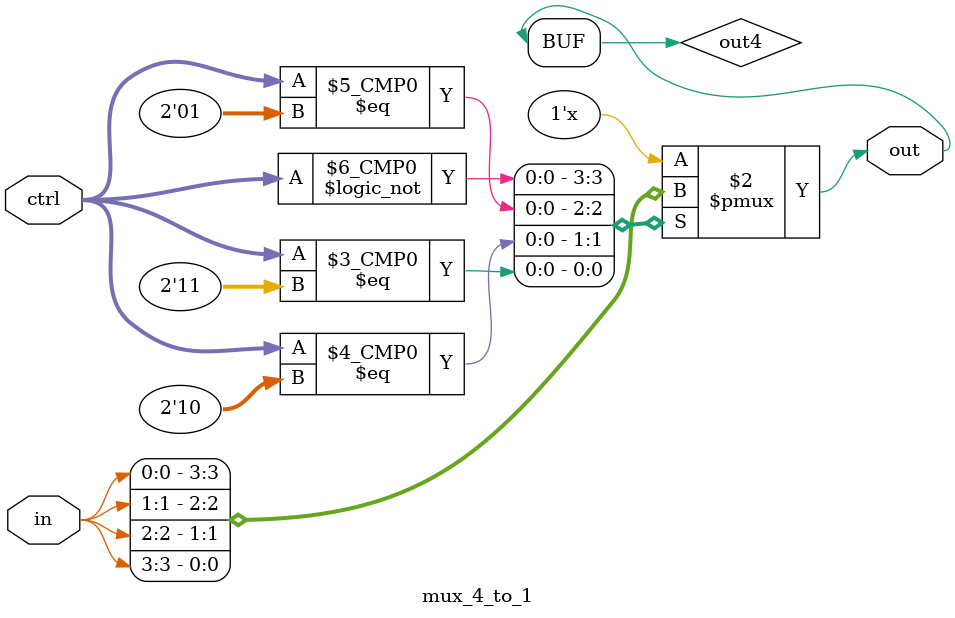
<source format=v>
`timescale 1ns / 1ps


module mux_4_to_1
(
    // control input
    input wire [2-1:0] ctrl,
    // inputs
    input wire [4-1:0] in,
    // output
    output wire out
);

    reg out4;
    always @ ( in or ctrl ) begin
        case ( ctrl ) 
            2'b00  : out4 <= in[0];
            2'b01  : out4 <= in[1];
            2'b10  : out4 <= in[2];
            2'b11  : out4 <= in[3];
            default: out4 <= 1'bx;
        endcase
    end
    assign out = out4;

endmodule


</source>
